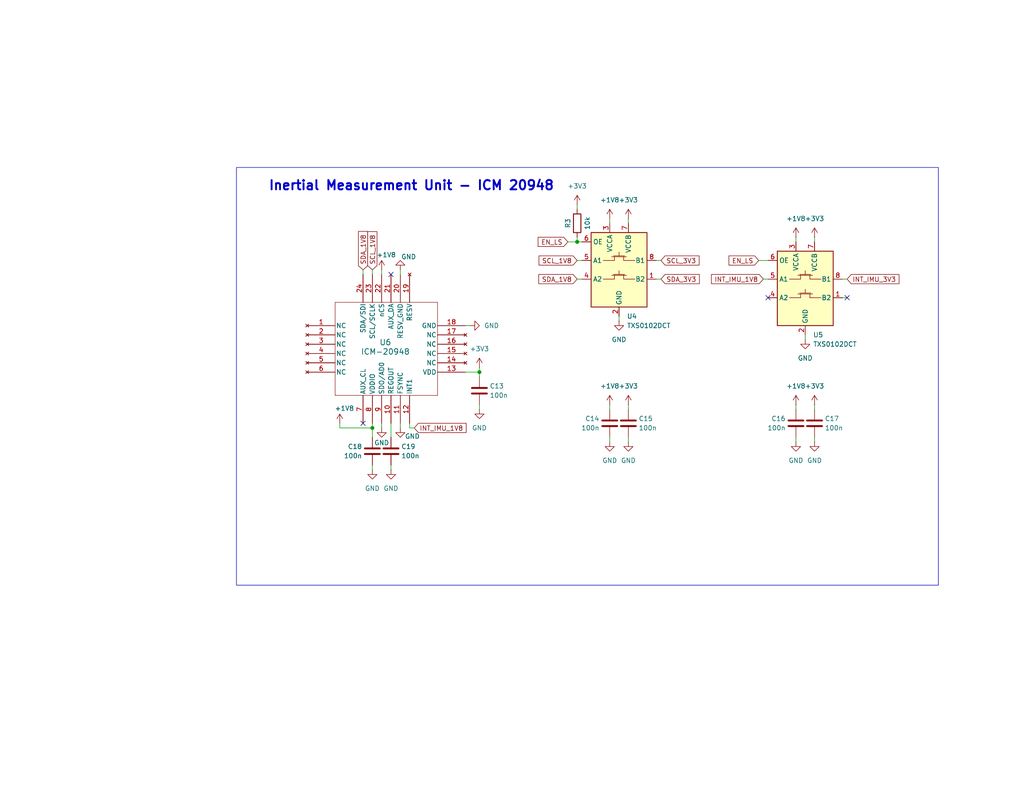
<source format=kicad_sch>
(kicad_sch (version 20250114) (generator "eeschema") (generator_version "9.0")
  (paper "USLetter")
  (lib_symbols
    (symbol "Device:C" (pin_numbers (hide yes)) (pin_names (offset 0.254))
      (property "Reference" "C" (at 0.635 2.54 0))
      (property "Value" "C" (at 0.635 -2.54 0))
      (symbol "C_0_1"
        (polyline (pts (xy -2.032 0.762) (xy 2.032 0.762)) (stroke (width 0.508)))
        (polyline (pts (xy -2.032 -0.762) (xy 2.032 -0.762)) (stroke (width 0.508)))
      )
      (symbol "C_1_1"
        (pin passive line (at 0 3.81 270) (length 2.794) (name "~") (number "1"))
        (pin passive line (at 0 -3.81 90) (length 2.794) (name "~") (number "2"))
      )
    )
    (symbol "Device:R" (pin_numbers (hide yes)) (pin_names (offset 0))
      (property "Reference" "R" (at 2.032 0 90))
      (property "Value" "R" (at 0 0 90))
      (symbol "R_0_1"
        (rectangle (start -1.016 -2.54) (end 1.016 2.54) (stroke (width 0.254)))
      )
      (symbol "R_1_1"
        (pin passive line (at 0 3.81 270) (length 1.27) (name "~") (number "1"))
        (pin passive line (at 0 -3.81 90) (length 1.27) (name "~") (number "2"))
      )
    )
    (symbol "Logic_LevelTranslator:TXS0102DCT"
      (property "Reference" "U" (at -6.35 11.43 0))
      (property "Value" "TXS0102DCT" (at 3.81 11.43 0))
      (symbol "TXS0102DCT_0_1"
        (rectangle (start -7.62 10.16) (end 7.62 -10.16) (stroke (width 0.254)) (fill (type background)))
        (polyline (pts (xy -4.318 -2.54) (xy -1.27 -2.54)))
        (polyline (pts (xy -2.032 -1.524) (xy 2.032 -1.524)))
        (polyline (pts (xy -1.524 -1.27) (xy 1.524 -1.27)))
        (polyline (pts (xy -1.27 -2.54) (xy -1.27 -1.524)))
        (polyline (pts (xy 0 -1.27) (xy 0 -0.254)))
        (polyline (pts (xy 1.27 -2.54) (xy 1.27 -1.524)))
        (polyline (pts (xy 4.318 -2.54) (xy 1.27 -2.54)))
      )
      (symbol "TXS0102DCT_1_1"
        (polyline (pts (xy -4.318 2.54) (xy -1.27 2.54)))
        (polyline (pts (xy -2.032 3.556) (xy 2.032 3.556)))
        (polyline (pts (xy -1.524 3.81) (xy 1.524 3.81)))
        (polyline (pts (xy -1.27 2.54) (xy -1.27 3.556)))
        (polyline (pts (xy 0 3.81) (xy 0 4.826)))
        (polyline (pts (xy 1.27 2.54) (xy 1.27 3.556)))
        (polyline (pts (xy 4.318 2.54) (xy 1.27 2.54)))
        (pin input line (at -10.16 7.62 0) (length 2.54) (name "OE") (number "6"))
        (pin bidirectional line (at -10.16 2.54 0) (length 2.54) (name "A1") (number "5"))
        (pin bidirectional line (at -10.16 -2.54 0) (length 2.54) (name "A2") (number "4"))
        (pin power_in line (at -2.54 12.7 270) (length 2.54) (name "VCCA") (number "3"))
        (pin power_in line (at 0 -12.7 90) (length 2.54) (name "GND") (number "2"))
        (pin power_in line (at 2.54 12.7 270) (length 2.54) (name "VCCB") (number "7"))
        (pin bidirectional line (at 10.16 2.54 180) (length 2.54) (name "B1") (number "8"))
        (pin bidirectional line (at 10.16 -2.54 180) (length 2.54) (name "B2") (number "1"))
      )
    )
    (symbol "capstone:ICM-20948" (pin_names (offset 0.254))
      (property "Reference" "U" (at 13.208 -11.43 0))
      (property "Value" "ICM-20948" (at 13.208 -13.97 0))
      (symbol "ICM-20948_0_1"
        (polyline (pts (xy 0 0) (xy 0 -25.4)) (stroke (width 0.127)))
        (polyline (pts (xy 0 -25.4) (xy 27.94 -25.4)) (stroke (width 0.127)))
        (polyline (pts (xy 27.94 0) (xy 0 0)) (stroke (width 0.127)))
        (polyline (pts (xy 27.94 -25.4) (xy 27.94 0)) (stroke (width 0.127)))
        (pin no_connect line (at -7.62 -6.35 0) (length 7.62) (name "NC") (number "1"))
        (pin no_connect line (at -7.62 -8.89 0) (length 7.62) (name "NC") (number "2"))
        (pin no_connect line (at -7.62 -11.43 0) (length 7.62) (name "NC") (number "3"))
        (pin no_connect line (at -7.62 -13.97 0) (length 7.62) (name "NC") (number "4"))
        (pin no_connect line (at -7.62 -16.51 0) (length 7.62) (name "NC") (number "5"))
        (pin no_connect line (at -7.62 -19.05 0) (length 7.62) (name "NC") (number "6"))
        (pin input line (at 7.62 7.62 270) (length 7.62) (name "SDA/SDI") (number "24"))
        (pin unspecified line (at 7.62 -33.02 90) (length 7.62) (name "AUX_CL") (number "7"))
        (pin input line (at 10.16 7.62 270) (length 7.62) (name "SCL/SCLK") (number "23"))
        (pin power_in line (at 10.16 -33.02 90) (length 7.62) (name "VDDIO") (number "8"))
        (pin input line (at 12.7 7.62 270) (length 7.62) (name "nCS") (number "22"))
        (pin bidirectional line (at 12.7 -33.02 90) (length 7.62) (name "SDO/AD0") (number "9"))
        (pin unspecified line (at 15.24 7.62 270) (length 7.62) (name "AUX_DA") (number "21"))
        (pin output line (at 15.24 -33.02 90) (length 7.62) (name "REGOUT") (number "10"))
        (pin power_out line (at 17.78 7.62 270) (length 7.62) (name "RESV_GND") (number "20"))
        (pin input line (at 17.78 -33.02 90) (length 7.62) (name "FSYNC") (number "11"))
        (pin no_connect line (at 20.32 7.62 270) (length 7.62) (name "RESV") (number "19"))
        (pin output line (at 20.32 -33.02 90) (length 7.62) (name "INT1") (number "12"))
        (pin power_out line (at 35.56 -6.35 180) (length 7.62) (name "GND") (number "18"))
        (pin no_connect line (at 35.56 -8.89 180) (length 7.62) (name "NC") (number "17"))
        (pin no_connect line (at 35.56 -11.43 180) (length 7.62) (name "NC") (number "16"))
        (pin no_connect line (at 35.56 -13.97 180) (length 7.62) (name "NC") (number "15"))
        (pin no_connect line (at 35.56 -16.51 180) (length 7.62) (name "NC") (number "14"))
        (pin power_in line (at 35.56 -19.05 180) (length 7.62) (name "VDD") (number "13"))
      )
    )
    (symbol "power:+1V8" (power) (pin_numbers (hide yes)) (pin_names (offset 0) (hide yes))
      (property "Value" "+1V8" (at 0 3.556 0))
      (symbol "+1V8_0_1"
        (polyline (pts (xy -0.762 1.27) (xy 0 2.54)))
        (polyline (pts (xy 0 2.54) (xy 0.762 1.27)))
        (polyline (pts (xy 0 0) (xy 0 2.54)))
      )
      (symbol "+1V8_1_1"
        (pin power_in line (at 0 0 90) (length 0) (name "~") (number "1"))
      )
    )
    (symbol "power:+3V3" (power) (pin_numbers (hide yes)) (pin_names (offset 0) (hide yes))
      (property "Value" "+3V3" (at 0 3.556 0))
      (symbol "+3V3_0_1"
        (polyline (pts (xy -0.762 1.27) (xy 0 2.54)))
        (polyline (pts (xy 0 2.54) (xy 0.762 1.27)))
        (polyline (pts (xy 0 0) (xy 0 2.54)))
      )
      (symbol "+3V3_1_1"
        (pin power_in line (at 0 0 90) (length 0) (name "~") (number "1"))
      )
    )
    (symbol "power:GND" (power) (pin_numbers (hide yes)) (pin_names (offset 0) (hide yes))
      (property "Value" "GND" (at 0 -3.81 0))
      (symbol "GND_0_1"
        (polyline (pts (xy 0 0) (xy 0 -1.27) (xy 1.27 -1.27) (xy 0 -2.54) (xy -1.27 -1.27) (xy 0 -1.27)))
      )
      (symbol "GND_1_1"
        (pin power_in line (at 0 0 270) (length 0) (name "~") (number "1"))
      )
    )
  )
  (rectangle (start 64.516 45.72) (end 256.032 159.766))
  (text "Inertial Measurement Unit - ICM 20948" (at 112.268 50.8 0) (effects (font (size 2.54 2.54) (bold yes))))
  (junction (at 101.6 116.84))
  (junction (at 157.48 66.04))
  (junction (at 130.81 101.6))
  (no_connect (at 106.68 74.93))
  (no_connect (at 99.06 115.57))
  (no_connect (at 231.14 81.28))
  (no_connect (at 209.55 81.28))
  (wire (pts (xy 109.22 115.57) (xy 109.22 116.84)))
  (wire (pts (xy 231.14 81.28) (xy 229.87 81.28)))
  (wire (pts (xy 166.37 119.38) (xy 166.37 120.65)))
  (wire (pts (xy 166.37 110.49) (xy 166.37 111.76)))
  (wire (pts (xy 217.17 119.38) (xy 217.17 120.65)))
  (wire (pts (xy 222.25 110.49) (xy 222.25 111.76)))
  (wire (pts (xy 166.37 59.69) (xy 166.37 60.96)))
  (wire (pts (xy 157.48 66.04) (xy 158.75 66.04)))
  (wire (pts (xy 180.34 76.2) (xy 179.07 76.2)))
  (wire (pts (xy 217.17 64.77) (xy 217.17 66.04)))
  (wire (pts (xy 130.81 100.33) (xy 130.81 101.6)))
  (wire (pts (xy 154.94 66.04) (xy 157.48 66.04)))
  (wire (pts (xy 207.01 71.12) (xy 209.55 71.12)))
  (wire (pts (xy 157.48 64.77) (xy 157.48 66.04)))
  (wire (pts (xy 101.6 115.57) (xy 101.6 116.84)))
  (wire (pts (xy 157.48 71.12) (xy 158.75 71.12)))
  (wire (pts (xy 101.6 116.84) (xy 92.71 116.84)))
  (wire (pts (xy 171.45 119.38) (xy 171.45 120.65)))
  (wire (pts (xy 180.34 71.12) (xy 179.07 71.12)))
  (wire (pts (xy 219.71 91.44) (xy 219.71 92.71)))
  (wire (pts (xy 157.48 76.2) (xy 158.75 76.2)))
  (wire (pts (xy 106.68 127) (xy 106.68 128.27)))
  (wire (pts (xy 101.6 116.84) (xy 101.6 119.38)))
  (wire (pts (xy 127 88.9) (xy 128.27 88.9)))
  (wire (pts (xy 92.71 115.57) (xy 92.71 116.84)))
  (wire (pts (xy 208.28 76.2) (xy 209.55 76.2)))
  (wire (pts (xy 127 101.6) (xy 130.81 101.6)))
  (wire (pts (xy 101.6 127) (xy 101.6 128.27)))
  (wire (pts (xy 99.06 73.66) (xy 99.06 74.93)))
  (wire (pts (xy 168.91 86.36) (xy 168.91 87.63)))
  (wire (pts (xy 101.6 73.66) (xy 101.6 74.93)))
  (wire (pts (xy 106.68 115.57) (xy 106.68 119.38)))
  (wire (pts (xy 217.17 110.49) (xy 217.17 111.76)))
  (wire (pts (xy 111.76 116.84) (xy 113.03 116.84)))
  (wire (pts (xy 157.48 57.15) (xy 157.48 55.88)))
  (wire (pts (xy 109.22 73.66) (xy 109.22 74.93)))
  (wire (pts (xy 171.45 110.49) (xy 171.45 111.76)))
  (wire (pts (xy 222.25 119.38) (xy 222.25 120.65)))
  (wire (pts (xy 111.76 116.84) (xy 111.76 115.57)))
  (wire (pts (xy 104.14 115.57) (xy 104.14 116.84)))
  (wire (pts (xy 130.81 101.6) (xy 130.81 102.87)))
  (wire (pts (xy 222.25 64.77) (xy 222.25 66.04)))
  (wire (pts (xy 104.14 73.66) (xy 104.14 74.93)))
  (wire (pts (xy 231.14 76.2) (xy 229.87 76.2)))
  (wire (pts (xy 130.81 110.49) (xy 130.81 111.76)))
  (wire (pts (xy 171.45 59.69) (xy 171.45 60.96)))
  (global_label "SCL_1V8" (shape input) (at 101.6 73.66 90) (property "Intersheetrefs" "${INTERSHEET_REFS}" (effects (hide yes))))
  (global_label "EN_LS" (shape input) (at 154.94 66.04 180) (property "Intersheetrefs" "${INTERSHEET_REFS}" (effects (hide yes))))
  (global_label "INT_IMU_1V8" (shape input) (at 113.03 116.84 0) (property "Intersheetrefs" "${INTERSHEET_REFS}" (effects (hide yes))))
  (global_label "EN_LS" (shape input) (at 207.01 71.12 180) (property "Intersheetrefs" "${INTERSHEET_REFS}" (effects (hide yes))))
  (global_label "INT_IMU_1V8" (shape input) (at 208.28 76.2 180) (property "Intersheetrefs" "${INTERSHEET_REFS}" (effects (hide yes))))
  (global_label "INT_IMU_3V3" (shape input) (at 231.14 76.2 0) (property "Intersheetrefs" "${INTERSHEET_REFS}" (effects (hide yes))))
  (global_label "SDA_1V8" (shape input) (at 157.48 76.2 180) (property "Intersheetrefs" "${INTERSHEET_REFS}" (effects (hide yes))))
  (global_label "SCL_3V3" (shape input) (at 180.34 71.12 0) (property "Intersheetrefs" "${INTERSHEET_REFS}" (effects (hide yes))))
  (global_label "SDA_3V3" (shape input) (at 180.34 76.2 0) (property "Intersheetrefs" "${INTERSHEET_REFS}" (effects (hide yes))))
  (global_label "SDA_1V8" (shape input) (at 99.06 73.66 90) (property "Intersheetrefs" "${INTERSHEET_REFS}" (effects (hide yes))))
  (global_label "SCL_1V8" (shape input) (at 157.48 71.12 180) (property "Intersheetrefs" "${INTERSHEET_REFS}" (effects (hide yes))))
  (symbol (lib_id "power:GND") (at 109.22 116.84 0) (unit 1)
    (property "Reference" "#PWR067" (effects (hide yes)))
    (property "Value" "GND" (at 112.522 119.126 0))
    (property "Description" "Power symbol creates a global label with name \"GND\" , ground" (effects (hide yes)))
  )
  (symbol (lib_id "capstone:ICM-20948") (at 91.44 82.55 0) (unit 1)
    (property "Reference" "U6" (at 105.156 93.472 0) (effects (font (size 1.524 1.524))))
    (property "Value" "ICM-20948" (at 105.156 96.012 0) (effects (font (size 1.524 1.524))))
    (property "Footprint" "Sensor_Motion:InvenSense_QFN-24_3x3mm_P0.4mm" (effects (hide yes)))
    (property "Datasheet" "https://invensense.tdk.com/wp-content/uploads/2016/06/DS-000189-ICM-20948-v1.3.pdf" (effects (hide yes)))
    (property "Description" "Accelerometer, Gyroscope, Magnetometer, 9 Axis Sensor I2C, SPI Output" (effects (hide yes)))
    (property "Manufacturer_Name" "TDK InvenSense" (effects (hide yes)))
    (property "Manufacturer_Part_Number" "ICM-20948" (effects (hide yes)))
    (property "Price" "$11.50" (effects (hide yes)))
    (property "Supplier_Part_Number" "1428-1123-1-ND" (effects (hide yes)))
    (property "Website" "https://www.digikey.ca/en/products/detail/tdk-invensense/ICM-20948/6623535?s=N4IgTCBcDaIIwBYwA4C0c5gMztQOQBEQBdAXyA" (effects (hide yes)))
    (property "Supplier" "Digi-Key" (effects (hide yes)))
    (property "Type" "IMU" (effects (hide yes)))
  )
  (symbol (lib_id "Logic_LevelTranslator:TXS0102DCT") (at 219.71 78.74 0) (unit 1)
    (property "Reference" "U5" (at 221.8533 91.44 0) (effects (justify left)))
    (property "Value" "TXS0102DCT" (at 221.8533 93.98 0) (effects (justify left)))
    (property "Footprint" "Package_SO:SSOP-8_2.95x2.8mm_P0.65mm" (effects (hide yes)))
    (property "Datasheet" "http://www.ti.com/lit/gpn/txs0102" (effects (hide yes)))
    (property "Description" "Voltage Level Translator Bidirectional 1 Circuit 2 Channel 24Mbps SM8" (effects (hide yes)))
    (property "Manufacturer_Name" "Texas Instruments" (effects (hide yes)))
    (property "Manufacturer_Part_Number" "TXS0102DCTR" (effects (hide yes)))
    (property "Price" "$0.79" (effects (hide yes)))
    (property "Supplier_Part_Number" "296-TXS0102DCTRCT-ND" (effects (hide yes)))
    (property "Website" "https://www.digikey.ca/en/products/detail/texas-instruments/TXS0102DCTR/1632642" (effects (hide yes)))
    (property "Package" "8-LSSOP, 8-MSOP (0.110\", 2.80mm Width)" (effects (hide yes)))
    (property "Supplier" "Digi-Key" (effects (hide yes)))
    (property "Type" "Level Shifter" (effects (hide yes)))
  )
  (symbol (lib_id "Device:C") (at 130.81 106.68 0) (unit 1)
    (property "Reference" "C13" (at 133.604 105.41 0) (effects (justify left)))
    (property "Value" "100n" (at 133.604 107.95 0) (effects (justify left)))
    (property "Footprint" "Capacitor_SMD:C_0805_2012Metric_Pad1.18x1.45mm_HandSolder" (effects (hide yes)))
    (property "Datasheet" "https://search.murata.co.jp/Ceramy/image/img/A01X/G101/ENG/GRM21B7U1A104JA01-01.pdf" (effects (hide yes)))
    (property "Description" "0.1 uF +/-5% 10V Ceramic Capacitor U2J 0805 (2012 Metric)" (effects (hide yes)))
    (property "Manufacturer_Part_Number" "GRM21B7U1A104JA01L" (effects (hide yes)))
    (property "Manufacturer_Name" "Murata Manufacturing Co." (effects (hide yes)))
    (property "Price" "$0.29" (effects (hide yes)))
    (property "Supplier_Part_Number" "490-11592-1-ND" (effects (hide yes)))
    (property "Website" "https://www.digikey.ca/en/products/detail/murata-electronics/GRM21B7U1A104JA01L/2546740?s=N4IgTCBcDaIOICUCyYCMAhA7AVVQQVQAYAWAKT0NQBkQBdAXyA" (effects (hide yes)))
    (property "Package" "0805" (effects (hide yes)))
    (property "Supplier" "Digi-Key" (effects (hide yes)))
    (property "Type" "Capacitor" (effects (hide yes)))
  )
  (symbol (lib_id "power:GND") (at 171.45 120.65 0) (unit 1)
    (property "Reference" "#PWR069" (effects (hide yes)))
    (property "Value" "GND" (at 171.45 125.73 0))
    (property "Description" "Power symbol creates a global label with name \"GND\" , ground" (effects (hide yes)))
  )
  (symbol (lib_id "power:GND") (at 168.91 87.63 0) (unit 1)
    (property "Reference" "#PWR056" (effects (hide yes)))
    (property "Value" "GND" (at 168.91 92.71 0))
    (property "Description" "Power symbol creates a global label with name \"GND\" , ground" (effects (hide yes)))
  )
  (symbol (lib_id "power:GND") (at 219.71 92.71 0) (unit 1)
    (property "Reference" "#PWR058" (effects (hide yes)))
    (property "Value" "GND" (at 219.71 97.79 0))
    (property "Description" "Power symbol creates a global label with name \"GND\" , ground" (effects (hide yes)))
  )
  (symbol (lib_id "power:+3V3") (at 130.81 100.33 0) (unit 1)
    (property "Reference" "#PWR059" (effects (hide yes)))
    (property "Value" "+3V3" (at 130.81 95.25 0))
    (property "Description" "Power symbol creates a global label with name \"+3V3\"" (effects (hide yes)))
  )
  (symbol (lib_id "Device:C") (at 101.6 123.19 0) (mirror y) (unit 1)
    (property "Reference" "C18" (at 98.806 121.92 0) (effects (justify left)))
    (property "Value" "100n" (at 98.806 124.46 0) (effects (justify left)))
    (property "Footprint" "Capacitor_SMD:C_0805_2012Metric_Pad1.18x1.45mm_HandSolder" (effects (hide yes)))
    (property "Datasheet" "https://search.murata.co.jp/Ceramy/image/img/A01X/G101/ENG/GRM21B7U1A104JA01-01.pdf" (effects (hide yes)))
    (property "Description" "0.1 uF +/-5% 10V Ceramic Capacitor U2J 0805 (2012 Metric)" (effects (hide yes)))
    (property "Manufacturer_Part_Number" "GRM21B7U1A104JA01L" (effects (hide yes)))
    (property "Manufacturer_Name" "Murata Manufacturing Co." (effects (hide yes)))
    (property "Price" "$0.29" (effects (hide yes)))
    (property "Supplier_Part_Number" "490-11592-1-ND" (effects (hide yes)))
    (property "Website" "https://www.digikey.ca/en/products/detail/murata-electronics/GRM21B7U1A104JA01L/2546740?s=N4IgTCBcDaIOICUCyYCMAhA7AVVQQVQAYAWAKT0NQBkQBdAXyA" (effects (hide yes)))
    (property "Package" "0805" (effects (hide yes)))
    (property "Supplier" "Digi-Key" (effects (hide yes)))
    (property "Type" "Capacitor" (effects (hide yes)))
  )
  (symbol (lib_id "power:GND") (at 166.37 120.65 0) (unit 1)
    (property "Reference" "#PWR068" (effects (hide yes)))
    (property "Value" "GND" (at 166.37 125.73 0))
    (property "Description" "Power symbol creates a global label with name \"GND\" , ground" (effects (hide yes)))
  )
  (symbol (lib_id "power:+1V8") (at 104.14 73.66 0) (unit 1)
    (property "Reference" "#PWR054" (effects (hide yes)))
    (property "Value" "+1V8" (at 105.41 69.596 0))
    (property "Description" "Power symbol creates a global label with name \"+1V8\"" (effects (hide yes)))
  )
  (symbol (lib_id "power:GND") (at 217.17 120.65 0) (unit 1)
    (property "Reference" "#PWR070" (effects (hide yes)))
    (property "Value" "GND" (at 217.17 125.73 0))
    (property "Description" "Power symbol creates a global label with name \"GND\" , ground" (effects (hide yes)))
  )
  (symbol (lib_id "power:+3V3") (at 171.45 59.69 0) (unit 1)
    (property "Reference" "#PWR051" (effects (hide yes)))
    (property "Value" "+3V3" (at 171.45 54.61 0))
    (property "Description" "Power symbol creates a global label with name \"+3V3\"" (effects (hide yes)))
  )
  (symbol (lib_id "Device:C") (at 106.68 123.19 0) (unit 1)
    (property "Reference" "C19" (at 109.474 121.92 0) (effects (justify left)))
    (property "Value" "100n" (at 109.474 124.46 0) (effects (justify left)))
    (property "Footprint" "Capacitor_SMD:C_0805_2012Metric_Pad1.18x1.45mm_HandSolder" (effects (hide yes)))
    (property "Datasheet" "https://search.murata.co.jp/Ceramy/image/img/A01X/G101/ENG/GRM21B7U1A104JA01-01.pdf" (effects (hide yes)))
    (property "Description" "0.1 uF +/-5% 10V Ceramic Capacitor U2J 0805 (2012 Metric)" (effects (hide yes)))
    (property "Manufacturer_Part_Number" "GRM21B7U1A104JA01L" (effects (hide yes)))
    (property "Manufacturer_Name" "Murata Manufacturing Co." (effects (hide yes)))
    (property "Price" "$0.29" (effects (hide yes)))
    (property "Supplier_Part_Number" "490-11592-1-ND" (effects (hide yes)))
    (property "Website" "https://www.digikey.ca/en/products/detail/murata-electronics/GRM21B7U1A104JA01L/2546740?s=N4IgTCBcDaIOICUCyYCMAhA7AVVQQVQAYAWAKT0NQBkQBdAXyA" (effects (hide yes)))
    (property "Package" "0805" (effects (hide yes)))
    (property "Supplier" "Digi-Key" (effects (hide yes)))
    (property "Type" "Capacitor" (effects (hide yes)))
  )
  (symbol (lib_id "power:GND") (at 101.6 128.27 0) (unit 1)
    (property "Reference" "#PWR072" (effects (hide yes)))
    (property "Value" "GND" (at 101.6 133.35 0))
    (property "Description" "Power symbol creates a global label with name \"GND\" , ground" (effects (hide yes)))
  )
  (symbol (lib_id "power:GND") (at 106.68 128.27 0) (unit 1)
    (property "Reference" "#PWR073" (effects (hide yes)))
    (property "Value" "GND" (at 106.68 133.35 0))
    (property "Description" "Power symbol creates a global label with name \"GND\" , ground" (effects (hide yes)))
  )
  (symbol (lib_id "power:+3V3") (at 222.25 64.77 0) (unit 1)
    (property "Reference" "#PWR053" (effects (hide yes)))
    (property "Value" "+3V3" (at 222.25 59.69 0))
    (property "Description" "Power symbol creates a global label with name \"+3V3\"" (effects (hide yes)))
  )
  (symbol (lib_id "power:GND") (at 128.27 88.9 90) (unit 1)
    (property "Reference" "#PWR057" (effects (hide yes)))
    (property "Value" "GND" (at 132.08 88.8999 90) (effects (justify right)))
    (property "Description" "Power symbol creates a global label with name \"GND\" , ground" (effects (hide yes)))
  )
  (symbol (lib_id "power:+3V3") (at 157.48 55.88 0) (unit 1)
    (property "Reference" "#PWR049" (effects (hide yes)))
    (property "Value" "+3V3" (at 157.48 50.8 0))
    (property "Description" "Power symbol creates a global label with name \"+3V3\"" (effects (hide yes)))
  )
  (symbol (lib_id "power:+1V8") (at 166.37 110.49 0) (unit 1)
    (property "Reference" "#PWR060" (effects (hide yes)))
    (property "Value" "+1V8" (at 166.37 105.41 0))
    (property "Description" "Power symbol creates a global label with name \"+1V8\"" (effects (hide yes)))
  )
  (symbol (lib_id "Device:R") (at 157.48 60.96 0) (unit 1)
    (property "Reference" "R3" (at 154.94 60.96 90))
    (property "Value" "10k" (at 160.274 60.96 90))
    (property "Footprint" "Resistor_SMD:R_0805_2012Metric_Pad1.20x1.40mm_HandSolder" (effects (hide yes)))
    (property "Datasheet" "https://www.yageo.com/upload/media/product/products/datasheet/rchip/PYu-RC_Group_51_RoHS_L_12.pdf" (effects (hide yes)))
    (property "Description" "10 kOhms +/-1% 0.125W, 1/8W Chip Resistor 0805 (2012 Metric) Moisture Resistant Thick Film" (effects (hide yes)))
    (property "Manufacturer_Name" "YAGEO" (effects (hide yes)))
    (property "Manufacturer_Part_Number" "RC0805FR-1310KL" (effects (hide yes)))
    (property "Price" "$0.11" (effects (hide yes)))
    (property "Supplier_Part_Number" "13-RC0805FR-1310KLCT-ND" (effects (hide yes)))
    (property "Website" "https://www.digikey.ca/en/products/detail/yageo/RC0805FR-1310KL/13694107" (effects (hide yes)))
    (property "Package" "0805" (effects (hide yes)))
    (property "Supplier" "Digi-Key" (effects (hide yes)))
    (property "Type" "Resistor" (effects (hide yes)))
  )
  (symbol (lib_id "Logic_LevelTranslator:TXS0102DCT") (at 168.91 73.66 0) (unit 1)
    (property "Reference" "U4" (at 171.0533 86.36 0) (effects (justify left)))
    (property "Value" "TXS0102DCT" (at 171.0533 88.9 0) (effects (justify left)))
    (property "Footprint" "Package_SO:SSOP-8_2.95x2.8mm_P0.65mm" (effects (hide yes)))
    (property "Datasheet" "http://www.ti.com/lit/gpn/txs0102" (effects (hide yes)))
    (property "Description" "Voltage Level Translator Bidirectional 1 Circuit 2 Channel 24Mbps SM8" (effects (hide yes)))
    (property "Manufacturer_Name" "Texas Instruments" (effects (hide yes)))
    (property "Manufacturer_Part_Number" "TXS0102DCTR" (effects (hide yes)))
    (property "Price" "$0.79" (effects (hide yes)))
    (property "Supplier_Part_Number" "296-TXS0102DCTRCT-ND" (effects (hide yes)))
    (property "Website" "https://www.digikey.ca/en/products/detail/texas-instruments/TXS0102DCTR/1632642" (effects (hide yes)))
    (property "Package" "8-LSSOP, 8-MSOP (0.110\", 2.80mm Width)" (effects (hide yes)))
    (property "Supplier" "Digi-Key" (effects (hide yes)))
    (property "Type" "Level Shifter" (effects (hide yes)))
  )
  (symbol (lib_id "power:+1V8") (at 166.37 59.69 0) (unit 1)
    (property "Reference" "#PWR050" (effects (hide yes)))
    (property "Value" "+1V8" (at 166.37 54.61 0))
    (property "Description" "Power symbol creates a global label with name \"+1V8\"" (effects (hide yes)))
  )
  (symbol (lib_id "power:+3V3") (at 222.25 110.49 0) (unit 1)
    (property "Reference" "#PWR063" (effects (hide yes)))
    (property "Value" "+3V3" (at 222.25 105.41 0))
    (property "Description" "Power symbol creates a global label with name \"+3V3\"" (effects (hide yes)))
  )
  (symbol (lib_id "power:GND") (at 104.14 116.84 0) (unit 1)
    (property "Reference" "#PWR066" (effects (hide yes)))
    (property "Value" "GND" (at 104.14 120.904 0))
    (property "Description" "Power symbol creates a global label with name \"GND\" , ground" (effects (hide yes)))
  )
  (symbol (lib_id "power:+3V3") (at 171.45 110.49 0) (unit 1)
    (property "Reference" "#PWR061" (effects (hide yes)))
    (property "Value" "+3V3" (at 171.45 105.41 0))
    (property "Description" "Power symbol creates a global label with name \"+3V3\"" (effects (hide yes)))
  )
  (symbol (lib_id "power:GND") (at 109.22 73.66 180) (unit 1)
    (property "Reference" "#PWR055" (effects (hide yes)))
    (property "Value" "GND" (at 111.506 70.104 0))
    (property "Description" "Power symbol creates a global label with name \"GND\" , ground" (effects (hide yes)))
  )
  (symbol (lib_id "power:GND") (at 130.81 111.76 0) (unit 1)
    (property "Reference" "#PWR064" (effects (hide yes)))
    (property "Value" "GND" (at 130.81 116.84 0))
    (property "Description" "Power symbol creates a global label with name \"GND\" , ground" (effects (hide yes)))
  )
  (symbol (lib_id "Device:C") (at 217.17 115.57 0) (mirror y) (unit 1)
    (property "Reference" "C16" (at 214.376 114.3 0) (effects (justify left)))
    (property "Value" "100n" (at 214.376 116.84 0) (effects (justify left)))
    (property "Footprint" "Capacitor_SMD:C_0805_2012Metric_Pad1.18x1.45mm_HandSolder" (effects (hide yes)))
    (property "Datasheet" "https://search.murata.co.jp/Ceramy/image/img/A01X/G101/ENG/GRM21B7U1A104JA01-01.pdf" (effects (hide yes)))
    (property "Description" "0.1 uF +/-5% 10V Ceramic Capacitor U2J 0805 (2012 Metric)" (effects (hide yes)))
    (property "Manufacturer_Part_Number" "GRM21B7U1A104JA01L" (effects (hide yes)))
    (property "Manufacturer_Name" "Murata Manufacturing Co." (effects (hide yes)))
    (property "Price" "$0.29" (effects (hide yes)))
    (property "Supplier_Part_Number" "490-11592-1-ND" (effects (hide yes)))
    (property "Website" "https://www.digikey.ca/en/products/detail/murata-electronics/GRM21B7U1A104JA01L/2546740?s=N4IgTCBcDaIOICUCyYCMAhA7AVVQQVQAYAWAKT0NQBkQBdAXyA" (effects (hide yes)))
    (property "Package" "0805" (effects (hide yes)))
    (property "Supplier" "Digi-Key" (effects (hide yes)))
    (property "Type" "Capacitor" (effects (hide yes)))
  )
  (symbol (lib_id "Device:C") (at 166.37 115.57 0) (mirror y) (unit 1)
    (property "Reference" "C14" (at 163.576 114.3 0) (effects (justify left)))
    (property "Value" "100n" (at 163.576 116.84 0) (effects (justify left)))
    (property "Footprint" "Capacitor_SMD:C_0805_2012Metric_Pad1.18x1.45mm_HandSolder" (effects (hide yes)))
    (property "Datasheet" "https://search.murata.co.jp/Ceramy/image/img/A01X/G101/ENG/GRM21B7U1A104JA01-01.pdf" (effects (hide yes)))
    (property "Description" "0.1 uF +/-5% 10V Ceramic Capacitor U2J 0805 (2012 Metric)" (effects (hide yes)))
    (property "Manufacturer_Part_Number" "GRM21B7U1A104JA01L" (effects (hide yes)))
    (property "Manufacturer_Name" "Murata Manufacturing Co." (effects (hide yes)))
    (property "Price" "$0.29" (effects (hide yes)))
    (property "Supplier_Part_Number" "490-11592-1-ND" (effects (hide yes)))
    (property "Website" "https://www.digikey.ca/en/products/detail/murata-electronics/GRM21B7U1A104JA01L/2546740?s=N4IgTCBcDaIOICUCyYCMAhA7AVVQQVQAYAWAKT0NQBkQBdAXyA" (effects (hide yes)))
    (property "Package" "0805" (effects (hide yes)))
    (property "Supplier" "Digi-Key" (effects (hide yes)))
    (property "Type" "Capacitor" (effects (hide yes)))
  )
  (symbol (lib_id "power:+1V8") (at 92.71 115.57 0) (unit 1)
    (property "Reference" "#PWR065" (effects (hide yes)))
    (property "Value" "+1V8" (at 93.98 111.506 0))
    (property "Description" "Power symbol creates a global label with name \"+1V8\"" (effects (hide yes)))
  )
  (symbol (lib_id "power:+1V8") (at 217.17 110.49 0) (unit 1)
    (property "Reference" "#PWR062" (effects (hide yes)))
    (property "Value" "+1V8" (at 217.17 105.41 0))
    (property "Description" "Power symbol creates a global label with name \"+1V8\"" (effects (hide yes)))
  )
  (symbol (lib_id "Device:C") (at 171.45 115.57 0) (unit 1)
    (property "Reference" "C15" (at 174.244 114.3 0) (effects (justify left)))
    (property "Value" "100n" (at 174.244 116.84 0) (effects (justify left)))
    (property "Footprint" "Capacitor_SMD:C_0805_2012Metric_Pad1.18x1.45mm_HandSolder" (effects (hide yes)))
    (property "Datasheet" "https://search.murata.co.jp/Ceramy/image/img/A01X/G101/ENG/GRM21B7U1A104JA01-01.pdf" (effects (hide yes)))
    (property "Description" "0.1 uF +/-5% 10V Ceramic Capacitor U2J 0805 (2012 Metric)" (effects (hide yes)))
    (property "Manufacturer_Part_Number" "GRM21B7U1A104JA01L" (effects (hide yes)))
    (property "Manufacturer_Name" "Murata Manufacturing Co." (effects (hide yes)))
    (property "Price" "$0.29" (effects (hide yes)))
    (property "Supplier_Part_Number" "490-11592-1-ND" (effects (hide yes)))
    (property "Website" "https://www.digikey.ca/en/products/detail/murata-electronics/GRM21B7U1A104JA01L/2546740?s=N4IgTCBcDaIOICUCyYCMAhA7AVVQQVQAYAWAKT0NQBkQBdAXyA" (effects (hide yes)))
    (property "Package" "0805" (effects (hide yes)))
    (property "Supplier" "Digi-Key" (effects (hide yes)))
    (property "Type" "Capacitor" (effects (hide yes)))
  )
  (symbol (lib_id "power:GND") (at 222.25 120.65 0) (unit 1)
    (property "Reference" "#PWR071" (effects (hide yes)))
    (property "Value" "GND" (at 222.25 125.73 0))
    (property "Description" "Power symbol creates a global label with name \"GND\" , ground" (effects (hide yes)))
  )
  (symbol (lib_id "power:+1V8") (at 217.17 64.77 0) (unit 1)
    (property "Reference" "#PWR052" (effects (hide yes)))
    (property "Value" "+1V8" (at 217.17 59.69 0))
    (property "Description" "Power symbol creates a global label with name \"+1V8\"" (effects (hide yes)))
  )
  (symbol (lib_id "Device:C") (at 222.25 115.57 0) (unit 1)
    (property "Reference" "C17" (at 225.044 114.3 0) (effects (justify left)))
    (property "Value" "100n" (at 225.044 116.84 0) (effects (justify left)))
    (property "Footprint" "Capacitor_SMD:C_0805_2012Metric_Pad1.18x1.45mm_HandSolder" (effects (hide yes)))
    (property "Datasheet" "https://search.murata.co.jp/Ceramy/image/img/A01X/G101/ENG/GRM21B7U1A104JA01-01.pdf" (effects (hide yes)))
    (property "Description" "0.1 uF +/-5% 10V Ceramic Capacitor U2J 0805 (2012 Metric)" (effects (hide yes)))
    (property "Manufacturer_Part_Number" "GRM21B7U1A104JA01L" (effects (hide yes)))
    (property "Manufacturer_Name" "Murata Manufacturing Co." (effects (hide yes)))
    (property "Price" "$0.29" (effects (hide yes)))
    (property "Supplier_Part_Number" "490-11592-1-ND" (effects (hide yes)))
    (property "Website" "https://www.digikey.ca/en/products/detail/murata-electronics/GRM21B7U1A104JA01L/2546740?s=N4IgTCBcDaIOICUCyYCMAhA7AVVQQVQAYAWAKT0NQBkQBdAXyA" (effects (hide yes)))
    (property "Package" "0805" (effects (hide yes)))
    (property "Supplier" "Digi-Key" (effects (hide yes)))
    (property "Type" "Capacitor" (effects (hide yes)))
  )
)
</source>
